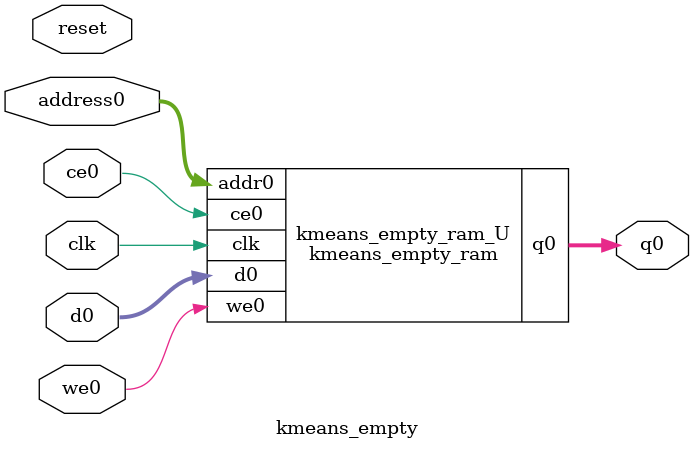
<source format=v>

`timescale 1 ns / 1 ps
module kmeans_empty_ram (addr0, ce0, d0, we0, q0,  clk);

parameter DWIDTH = 16;
parameter AWIDTH = 16;
parameter MEM_SIZE = 65536;

input[AWIDTH-1:0] addr0;
input ce0;
input[DWIDTH-1:0] d0;
input we0;
output reg[DWIDTH-1:0] q0;
input clk;

(* ram_style = "block" *)reg [DWIDTH-1:0] ram[0:MEM_SIZE-1];




always @(posedge clk)  
begin 
    if (ce0) 
    begin
        if (we0) 
        begin 
            ram[addr0] <= d0; 
            q0 <= d0;
        end 
        else 
            q0 <= ram[addr0];
    end
end


endmodule


`timescale 1 ns / 1 ps
module kmeans_empty(
    reset,
    clk,
    address0,
    ce0,
    we0,
    d0,
    q0);

parameter DataWidth = 32'd16;
parameter AddressRange = 32'd65536;
parameter AddressWidth = 32'd16;
input reset;
input clk;
input[AddressWidth - 1:0] address0;
input ce0;
input we0;
input[DataWidth - 1:0] d0;
output[DataWidth - 1:0] q0;



kmeans_empty_ram kmeans_empty_ram_U(
    .clk( clk ),
    .addr0( address0 ),
    .ce0( ce0 ),
    .d0( d0 ),
    .we0( we0 ),
    .q0( q0 ));

endmodule


</source>
